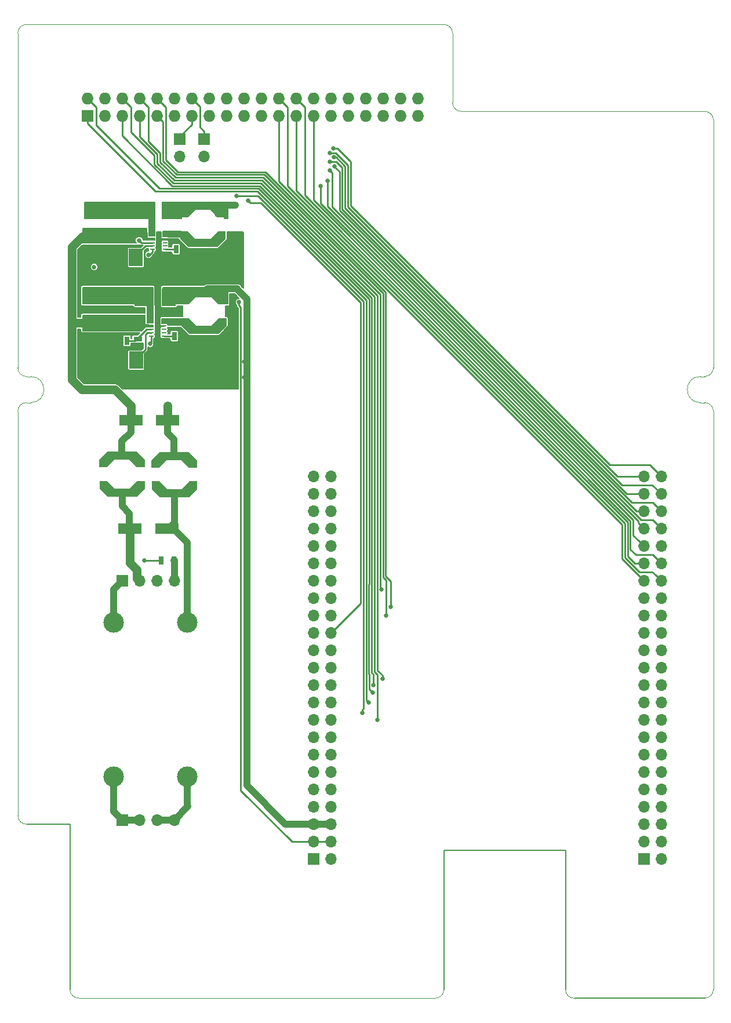
<source format=gtl>
G04 #@! TF.FileFunction,Copper,L1,Top,Signal*
%FSLAX46Y46*%
G04 Gerber Fmt 4.6, Leading zero omitted, Abs format (unit mm)*
G04 Created by KiCad (PCBNEW 4.0.7) date Tuesday, June 19, 2018 'PMt' 05:08:08 PM*
%MOMM*%
%LPD*%
G01*
G04 APERTURE LIST*
%ADD10C,0.020000*%
%ADD11C,0.100000*%
%ADD12C,0.150000*%
%ADD13C,0.660400*%
%ADD14R,1.727200X1.727200*%
%ADD15O,1.727200X1.727200*%
%ADD16R,2.500000X2.000000*%
%ADD17R,2.000000X2.500000*%
%ADD18R,0.750000X1.200000*%
%ADD19R,3.500000X1.600000*%
%ADD20C,3.000000*%
%ADD21R,1.300000X0.700000*%
%ADD22R,0.700000X1.300000*%
%ADD23R,0.700000X0.250000*%
%ADD24R,0.640000X1.200000*%
%ADD25R,1.700000X1.700000*%
%ADD26O,1.700000X1.700000*%
%ADD27C,1.016000*%
%ADD28C,0.500000*%
%ADD29C,0.254000*%
%ADD30C,1.270000*%
%ADD31C,0.635000*%
%ADD32C,0.152400*%
G04 APERTURE END LIST*
D10*
D11*
X11442700Y-87642700D02*
G75*
G02X10172700Y-88912700I-1270000J0D01*
G01*
X30467300Y-88912700D02*
G75*
G02X29197300Y-87642700I0J1270000D01*
G01*
D12*
X30480000Y-88900000D02*
X49530000Y-88900000D01*
D11*
X-41922700Y-88887300D02*
G75*
G02X-43192700Y-87617300I0J1270000D01*
G01*
D12*
X-43180000Y-63500000D02*
X-43180000Y-87630000D01*
X-49530000Y-63500000D02*
X-43180000Y-63500000D01*
X29210000Y-67310000D02*
X29210000Y-87630000D01*
X11430000Y-67310000D02*
X29210000Y-67310000D01*
X11430000Y-87630000D02*
X11430000Y-67310000D01*
D11*
X-50800000Y-3175000D02*
G75*
G02X-49530000Y-1905000I1270000J0D01*
G01*
X-49530000Y-1905000D02*
X-48895000Y-1905000D01*
X-48895000Y1905000D02*
G75*
G02X-48895000Y-1905000I0J-1905000D01*
G01*
X-48895000Y1905000D02*
X-49530000Y1905000D01*
X-49530000Y1905000D02*
G75*
G02X-50800000Y3175000I0J1270000D01*
G01*
X-50800000Y52070000D02*
X-50800000Y3175000D01*
X-50800000Y52070000D02*
G75*
G02X-49530000Y53340000I1270000J0D01*
G01*
X11430000Y53340000D02*
X-49530000Y53340000D01*
X11430000Y53340000D02*
G75*
G02X12700000Y52070000I0J-1270000D01*
G01*
X12700000Y52070000D02*
X12700000Y41910000D01*
X13970000Y40640000D02*
G75*
G02X12700000Y41910000I0J1270000D01*
G01*
X13970000Y40640000D02*
X49530000Y40640000D01*
X49530000Y40640000D02*
G75*
G02X50800000Y39370000I0J-1270000D01*
G01*
X50800000Y3175000D02*
X50800000Y39370000D01*
X50800000Y3175000D02*
G75*
G02X49530000Y1905000I-1270000J0D01*
G01*
X48895000Y1905000D02*
X49530000Y1905000D01*
X48895000Y-1905000D02*
G75*
G02X48895000Y1905000I0J1905000D01*
G01*
X49530000Y-1905000D02*
X48895000Y-1905000D01*
X49530000Y-1905000D02*
G75*
G02X50800000Y-3175000I0J-1270000D01*
G01*
X50800000Y-87630000D02*
X50800000Y-3175000D01*
X50800000Y-87630000D02*
G75*
G02X49530000Y-88900000I-1270000J0D01*
G01*
X-41910000Y-88900000D02*
X10160000Y-88900000D01*
X-49517300Y-63512700D02*
G75*
G02X-50787300Y-62242700I0J1270000D01*
G01*
X-50800000Y-3175000D02*
X-50800000Y-62230000D01*
D13*
X-34988500Y16548100D03*
X-19240500Y18580100D03*
X-19240500Y21120100D03*
X-27368500Y16548100D03*
X-29908500Y16548100D03*
X-32448500Y16548100D03*
X-24828500Y16548100D03*
X-20256500Y1816100D03*
X-17716500Y4102100D03*
X-20256500Y4102100D03*
X-17716500Y1816100D03*
X-25336500Y1816100D03*
X-22796500Y4102100D03*
X-25336500Y4102100D03*
X-22796500Y1816100D03*
X-27876500Y1816100D03*
X-27876500Y4102100D03*
X-30416500Y1816100D03*
D14*
X-40640000Y39992300D03*
D15*
X-40640000Y42532300D03*
X-38100000Y39992300D03*
X-38100000Y42532300D03*
X-35560000Y39992300D03*
X-35560000Y42532300D03*
X-33020000Y39992300D03*
X-33020000Y42532300D03*
X-30480000Y39992300D03*
X-30480000Y42532300D03*
X-27940000Y39992300D03*
X-27940000Y42532300D03*
X-25400000Y39992300D03*
X-25400000Y42532300D03*
X-22860000Y39992300D03*
X-22860000Y42532300D03*
X-20320000Y39992300D03*
X-20320000Y42532300D03*
X-17780000Y39992300D03*
X-17780000Y42532300D03*
X-15240000Y39992300D03*
X-15240000Y42532300D03*
X-12700000Y39992300D03*
X-12700000Y42532300D03*
X-10160000Y39992300D03*
X-10160000Y42532300D03*
X-7620000Y39992300D03*
X-7620000Y42532300D03*
X-5080000Y39992300D03*
X-5080000Y42532300D03*
X-2540000Y39992300D03*
X-2540000Y42532300D03*
X0Y39992300D03*
X0Y42532300D03*
X2540000Y39992300D03*
X2540000Y42532300D03*
X5080000Y39992300D03*
X5080000Y42532300D03*
X7620000Y39992300D03*
X7620000Y42532300D03*
D16*
X-35814000Y22384000D03*
X-35814000Y26384000D03*
D17*
X-33560000Y19304000D03*
X-37560000Y19304000D03*
D18*
X-27686000Y20508000D03*
X-27686000Y18608000D03*
D17*
X-28734000Y26162000D03*
X-32734000Y26162000D03*
D16*
X-35763200Y9709400D03*
X-35763200Y13709400D03*
D17*
X-33509200Y4318000D03*
X-37509200Y4318000D03*
D18*
X-27940000Y7808000D03*
X-27940000Y5908000D03*
D17*
X-28734000Y13462000D03*
X-32734000Y13462000D03*
D19*
X-34450000Y-20320000D03*
X-29050000Y-20320000D03*
X-34290000Y-4445000D03*
X-28890000Y-4445000D03*
D20*
X-36830000Y-34015000D03*
X-36830000Y-56515000D03*
X-26035000Y-34015000D03*
X-26035000Y-56515000D03*
D10*
G36*
X-20322000Y9317500D02*
X-21497000Y8142500D01*
X-25747000Y8142500D01*
X-26922000Y9317500D01*
X-20322000Y9317500D01*
X-20322000Y9317500D01*
G37*
G36*
X-20309500Y10442500D02*
X-20309500Y9317500D01*
X-21434500Y9317500D01*
X-21434500Y10442500D01*
X-20309500Y10442500D01*
X-20309500Y10442500D01*
G37*
G36*
X-25809500Y10442500D02*
X-25809500Y9317500D01*
X-26934500Y9317500D01*
X-26934500Y10442500D01*
X-25809500Y10442500D01*
X-25809500Y10442500D01*
G37*
G36*
X-22546500Y9317500D02*
X-21422500Y10442500D01*
X-21421500Y10442500D01*
X-20297500Y9317500D01*
X-22546500Y9317500D01*
X-22546500Y9317500D01*
G37*
G36*
X-26946500Y9317500D02*
X-25822500Y10442500D01*
X-25821500Y10442500D01*
X-24697500Y9317500D01*
X-26946500Y9317500D01*
X-26946500Y9317500D01*
G37*
G36*
X-26938373Y13543101D02*
X-25763373Y14718101D01*
X-21513373Y14718101D01*
X-20338373Y13543101D01*
X-26938373Y13543101D01*
X-26938373Y13543101D01*
G37*
G36*
X-26950873Y12418101D02*
X-26950873Y13543101D01*
X-25825873Y13543101D01*
X-25825873Y12418101D01*
X-26950873Y12418101D01*
X-26950873Y12418101D01*
G37*
G36*
X-24713873Y13543101D02*
X-25837873Y12418101D01*
X-25838873Y12418101D01*
X-26962873Y13543101D01*
X-24713873Y13543101D01*
X-24713873Y13543101D01*
G37*
G36*
X-21450873Y12418101D02*
X-21450873Y13543101D01*
X-20325873Y13543101D01*
X-20325873Y12418101D01*
X-21450873Y12418101D01*
X-21450873Y12418101D01*
G37*
G36*
X-20313873Y13543101D02*
X-21437873Y12418101D01*
X-21438873Y12418101D01*
X-22562873Y13543101D01*
X-20313873Y13543101D01*
X-20313873Y13543101D01*
G37*
G36*
X-32260000Y-14458101D02*
X-33435000Y-15633101D01*
X-37685000Y-15633101D01*
X-38860000Y-14458101D01*
X-32260000Y-14458101D01*
X-32260000Y-14458101D01*
G37*
G36*
X-32247500Y-13333101D02*
X-32247500Y-14458101D01*
X-33372500Y-14458101D01*
X-33372500Y-13333101D01*
X-32247500Y-13333101D01*
X-32247500Y-13333101D01*
G37*
G36*
X-37747500Y-13333101D02*
X-37747500Y-14458101D01*
X-38872500Y-14458101D01*
X-38872500Y-13333101D01*
X-37747500Y-13333101D01*
X-37747500Y-13333101D01*
G37*
G36*
X-34484500Y-14458101D02*
X-33360500Y-13333101D01*
X-33359500Y-13333101D01*
X-32235500Y-14458101D01*
X-34484500Y-14458101D01*
X-34484500Y-14458101D01*
G37*
G36*
X-38884500Y-14458101D02*
X-37760500Y-13333101D01*
X-37759500Y-13333101D01*
X-36635500Y-14458101D01*
X-38884500Y-14458101D01*
X-38884500Y-14458101D01*
G37*
G36*
X-38876373Y-10232500D02*
X-37701373Y-9057500D01*
X-33451373Y-9057500D01*
X-32276373Y-10232500D01*
X-38876373Y-10232500D01*
X-38876373Y-10232500D01*
G37*
G36*
X-38888873Y-11357500D02*
X-38888873Y-10232500D01*
X-37763873Y-10232500D01*
X-37763873Y-11357500D01*
X-38888873Y-11357500D01*
X-38888873Y-11357500D01*
G37*
G36*
X-36651873Y-10232500D02*
X-37775873Y-11357500D01*
X-37776873Y-11357500D01*
X-38900873Y-10232500D01*
X-36651873Y-10232500D01*
X-36651873Y-10232500D01*
G37*
G36*
X-33388873Y-11357500D02*
X-33388873Y-10232500D01*
X-32263873Y-10232500D01*
X-32263873Y-11357500D01*
X-33388873Y-11357500D01*
X-33388873Y-11357500D01*
G37*
G36*
X-32251873Y-10232500D02*
X-33375873Y-11357500D01*
X-33376873Y-11357500D01*
X-34500873Y-10232500D01*
X-32251873Y-10232500D01*
X-32251873Y-10232500D01*
G37*
G36*
X-24640000Y-14532500D02*
X-25815000Y-15707500D01*
X-30065000Y-15707500D01*
X-31240000Y-14532500D01*
X-24640000Y-14532500D01*
X-24640000Y-14532500D01*
G37*
G36*
X-24627500Y-13407500D02*
X-24627500Y-14532500D01*
X-25752500Y-14532500D01*
X-25752500Y-13407500D01*
X-24627500Y-13407500D01*
X-24627500Y-13407500D01*
G37*
G36*
X-30127500Y-13407500D02*
X-30127500Y-14532500D01*
X-31252500Y-14532500D01*
X-31252500Y-13407500D01*
X-30127500Y-13407500D01*
X-30127500Y-13407500D01*
G37*
G36*
X-26864500Y-14532500D02*
X-25740500Y-13407500D01*
X-25739500Y-13407500D01*
X-24615500Y-14532500D01*
X-26864500Y-14532500D01*
X-26864500Y-14532500D01*
G37*
G36*
X-31264500Y-14532500D02*
X-30140500Y-13407500D01*
X-30139500Y-13407500D01*
X-29015500Y-14532500D01*
X-31264500Y-14532500D01*
X-31264500Y-14532500D01*
G37*
G36*
X-31256373Y-10306899D02*
X-30081373Y-9131899D01*
X-25831373Y-9131899D01*
X-24656373Y-10306899D01*
X-31256373Y-10306899D01*
X-31256373Y-10306899D01*
G37*
G36*
X-31268873Y-11431899D02*
X-31268873Y-10306899D01*
X-30143873Y-10306899D01*
X-30143873Y-11431899D01*
X-31268873Y-11431899D01*
X-31268873Y-11431899D01*
G37*
G36*
X-29031873Y-10306899D02*
X-30155873Y-11431899D01*
X-30156873Y-11431899D01*
X-31280873Y-10306899D01*
X-29031873Y-10306899D01*
X-29031873Y-10306899D01*
G37*
G36*
X-25768873Y-11431899D02*
X-25768873Y-10306899D01*
X-24643873Y-10306899D01*
X-24643873Y-11431899D01*
X-25768873Y-11431899D01*
X-25768873Y-11431899D01*
G37*
G36*
X-24631873Y-10306899D02*
X-25755873Y-11431899D01*
X-25756873Y-11431899D01*
X-26880873Y-10306899D01*
X-24631873Y-10306899D01*
X-24631873Y-10306899D01*
G37*
G36*
X-20449000Y22017500D02*
X-21624000Y20842500D01*
X-25874000Y20842500D01*
X-27049000Y22017500D01*
X-20449000Y22017500D01*
X-20449000Y22017500D01*
G37*
G36*
X-20436500Y23142500D02*
X-20436500Y22017500D01*
X-21561500Y22017500D01*
X-21561500Y23142500D01*
X-20436500Y23142500D01*
X-20436500Y23142500D01*
G37*
G36*
X-25936500Y23142500D02*
X-25936500Y22017500D01*
X-27061500Y22017500D01*
X-27061500Y23142500D01*
X-25936500Y23142500D01*
X-25936500Y23142500D01*
G37*
G36*
X-22673500Y22017500D02*
X-21549500Y23142500D01*
X-21548500Y23142500D01*
X-20424500Y22017500D01*
X-22673500Y22017500D01*
X-22673500Y22017500D01*
G37*
G36*
X-27073500Y22017500D02*
X-25949500Y23142500D01*
X-25948500Y23142500D01*
X-24824500Y22017500D01*
X-27073500Y22017500D01*
X-27073500Y22017500D01*
G37*
G36*
X-27065373Y26243101D02*
X-25890373Y27418101D01*
X-21640373Y27418101D01*
X-20465373Y26243101D01*
X-27065373Y26243101D01*
X-27065373Y26243101D01*
G37*
G36*
X-27077873Y25118101D02*
X-27077873Y26243101D01*
X-25952873Y26243101D01*
X-25952873Y25118101D01*
X-27077873Y25118101D01*
X-27077873Y25118101D01*
G37*
G36*
X-24840873Y26243101D02*
X-25964873Y25118101D01*
X-25965873Y25118101D01*
X-27089873Y26243101D01*
X-24840873Y26243101D01*
X-24840873Y26243101D01*
G37*
G36*
X-21577873Y25118101D02*
X-21577873Y26243101D01*
X-20452873Y26243101D01*
X-20452873Y25118101D01*
X-21577873Y25118101D01*
X-21577873Y25118101D01*
G37*
G36*
X-20440873Y26243101D02*
X-21564873Y25118101D01*
X-21565873Y25118101D01*
X-22689873Y26243101D01*
X-20440873Y26243101D01*
X-20440873Y26243101D01*
G37*
D21*
X-33274000Y7366000D03*
X-33274000Y9266000D03*
D22*
X-36764000Y7112000D03*
X-34864000Y7112000D03*
X-29855200Y-24968200D03*
X-27955200Y-24968200D03*
D23*
X-31151000Y22463000D03*
X-31151000Y21963000D03*
X-31151000Y21463000D03*
X-31151000Y20963000D03*
X-31151000Y20463000D03*
X-29301000Y20463000D03*
X-29301000Y20963000D03*
X-29301000Y21463000D03*
X-29301000Y21963000D03*
X-29301000Y22463000D03*
D24*
X-30226000Y20863000D03*
X-30226000Y22063000D03*
D23*
X-31314000Y9798000D03*
X-31314000Y9298000D03*
X-31314000Y8798000D03*
X-31314000Y8298000D03*
X-31314000Y7798000D03*
X-29464000Y7798000D03*
X-29464000Y8298000D03*
X-29464000Y8798000D03*
X-29464000Y9298000D03*
X-29464000Y9798000D03*
D24*
X-30389000Y8198000D03*
X-30389000Y9398000D03*
D25*
X-35560000Y-62865000D03*
D26*
X-33020000Y-62865000D03*
X-30480000Y-62865000D03*
X-27940000Y-62865000D03*
D25*
X-35560000Y-27940000D03*
D26*
X-33020000Y-27940000D03*
X-30480000Y-27940000D03*
X-27940000Y-27940000D03*
D25*
X-23558500Y36614100D03*
D26*
X-23558500Y34074100D03*
D25*
X-27114500Y36614100D03*
D26*
X-27114500Y34074100D03*
D25*
X40640000Y-68580000D03*
D26*
X43180000Y-68580000D03*
X40640000Y-66040000D03*
X43180000Y-66040000D03*
X40640000Y-63500000D03*
X43180000Y-63500000D03*
X40640000Y-60960000D03*
X43180000Y-60960000D03*
X40640000Y-58420000D03*
X43180000Y-58420000D03*
X40640000Y-55880000D03*
X43180000Y-55880000D03*
X40640000Y-53340000D03*
X43180000Y-53340000D03*
X40640000Y-50800000D03*
X43180000Y-50800000D03*
X40640000Y-48260000D03*
X43180000Y-48260000D03*
X40640000Y-45720000D03*
X43180000Y-45720000D03*
X40640000Y-43180000D03*
X43180000Y-43180000D03*
X40640000Y-40640000D03*
X43180000Y-40640000D03*
X40640000Y-38100000D03*
X43180000Y-38100000D03*
X40640000Y-35560000D03*
X43180000Y-35560000D03*
X40640000Y-33020000D03*
X43180000Y-33020000D03*
X40640000Y-30480000D03*
X43180000Y-30480000D03*
X40640000Y-27940000D03*
X43180000Y-27940000D03*
X40640000Y-25400000D03*
X43180000Y-25400000D03*
X40640000Y-22860000D03*
X43180000Y-22860000D03*
X40640000Y-20320000D03*
X43180000Y-20320000D03*
X40640000Y-17780000D03*
X43180000Y-17780000D03*
X40640000Y-15240000D03*
X43180000Y-15240000D03*
X40640000Y-12700000D03*
X43180000Y-12700000D03*
D25*
X-7620000Y-68580000D03*
D26*
X-5080000Y-68580000D03*
X-7620000Y-66040000D03*
X-5080000Y-66040000D03*
X-7620000Y-63500000D03*
X-5080000Y-63500000D03*
X-7620000Y-60960000D03*
X-5080000Y-60960000D03*
X-7620000Y-58420000D03*
X-5080000Y-58420000D03*
X-7620000Y-55880000D03*
X-5080000Y-55880000D03*
X-7620000Y-53340000D03*
X-5080000Y-53340000D03*
X-7620000Y-50800000D03*
X-5080000Y-50800000D03*
X-7620000Y-48260000D03*
X-5080000Y-48260000D03*
X-7620000Y-45720000D03*
X-5080000Y-45720000D03*
X-7620000Y-43180000D03*
X-5080000Y-43180000D03*
X-7620000Y-40640000D03*
X-5080000Y-40640000D03*
X-7620000Y-38100000D03*
X-5080000Y-38100000D03*
X-7620000Y-35560000D03*
X-5080000Y-35560000D03*
X-7620000Y-33020000D03*
X-5080000Y-33020000D03*
X-7620000Y-30480000D03*
X-5080000Y-30480000D03*
X-7620000Y-27940000D03*
X-5080000Y-27940000D03*
X-7620000Y-25400000D03*
X-5080000Y-25400000D03*
X-7620000Y-22860000D03*
X-5080000Y-22860000D03*
X-7620000Y-20320000D03*
X-5080000Y-20320000D03*
X-7620000Y-17780000D03*
X-5080000Y-17780000D03*
X-7620000Y-15240000D03*
X-5080000Y-15240000D03*
X-7620000Y-12700000D03*
X-5080000Y-12700000D03*
D13*
X-30416500Y4102100D03*
X-39643198Y17879234D03*
X-19015731Y26917096D03*
X-27101800Y27127200D03*
X-31699200Y19685000D03*
X-32308451Y-24996717D03*
X-39643198Y16870785D03*
X-39643198Y18941902D03*
X-39573200Y4622800D03*
X-39573200Y5486400D03*
X-39576000Y6350000D03*
X-34443718Y-18139319D03*
X-27936560Y-17394856D03*
X-38608000Y26670000D03*
X-39370000Y26670000D03*
X-28890000Y-2352000D03*
X-38354000Y13868400D03*
X-39268400Y13868400D03*
X-40132000Y13868400D03*
X-31475903Y6668188D03*
X-27025600Y14478000D03*
X-5588000Y30480000D03*
X-17124873Y27602466D03*
X482600Y-45720000D03*
X1053201Y-44309401D03*
X1117623Y-43180000D03*
X1730884Y-48230932D03*
X2456731Y-42242694D03*
X2325482Y-29232743D03*
X2970176Y-33038911D03*
X3645027Y-31753479D03*
X-6604000Y29718000D03*
X-5223615Y32014796D03*
X-4575641Y32630370D03*
X-5223615Y33278342D03*
X-4608040Y33926317D03*
X-5191216Y34574291D03*
X-4669358Y35223208D03*
X-18877186Y28253968D03*
X-508000Y-47244000D03*
X-18499525Y12758402D03*
X-33070800Y21793200D03*
D27*
X-19038809Y26928635D02*
X-20317339Y26928635D01*
X-20317339Y26928635D02*
X-21565373Y25680601D01*
D28*
X-23765373Y26830601D02*
X-23739729Y26856245D01*
D29*
X-31550000Y19685000D02*
X-31699200Y19685000D01*
X-31151000Y20463000D02*
X-31151000Y20084000D01*
X-31151000Y20084000D02*
X-31550000Y19685000D01*
X-32279934Y-24968200D02*
X-32308451Y-24996717D01*
X-29855200Y-24968200D02*
X-32279934Y-24968200D01*
X-29301000Y21963000D02*
X-30126000Y21963000D01*
X-30126000Y21963000D02*
X-30226000Y22063000D01*
X-29464000Y9298000D02*
X-30289000Y9298000D01*
X-30289000Y9298000D02*
X-30389000Y9398000D01*
D30*
X-34450000Y-20320000D02*
X-34450000Y-25279881D01*
X-34450000Y-25279881D02*
X-33389686Y-26340195D01*
X-33389686Y-26340195D02*
X-33389686Y-27570314D01*
X-33389686Y-27570314D02*
X-33020000Y-27940000D01*
D27*
X-34450000Y-20320000D02*
X-34671000Y-20320000D01*
X-34671000Y-20320000D02*
X-34472630Y-20121630D01*
X-34472630Y-20121630D02*
X-34472630Y-18109255D01*
X-34472630Y-18109255D02*
X-35560000Y-17021885D01*
X-35560000Y-17021885D02*
X-35560000Y-15045601D01*
X-28829000Y-20320000D02*
X-27940000Y-19431000D01*
X-27940000Y-19431000D02*
X-27940000Y-15120000D01*
X-29050000Y-20320000D02*
X-28829000Y-20320000D01*
X-26035000Y-34015000D02*
X-26035000Y-22385000D01*
X-26035000Y-22385000D02*
X-28100000Y-20320000D01*
X-28100000Y-20320000D02*
X-29050000Y-20320000D01*
D30*
X-34290000Y-4445000D02*
X-34290000Y-2375000D01*
X-34290000Y-2375000D02*
X-36658102Y-6898D01*
X-36658102Y-6898D02*
X-41487344Y-6898D01*
X-41487344Y-6898D02*
X-42926000Y1431758D01*
X-42926000Y1431758D02*
X-42926000Y9436100D01*
X-42926000Y9436100D02*
X-42926000Y20794353D01*
X-42926000Y9436100D02*
X-42652700Y9709400D01*
X-42652700Y9709400D02*
X-35763200Y9709400D01*
X-42926000Y20794353D02*
X-41336353Y22384000D01*
X-41336353Y22384000D02*
X-35814000Y22384000D01*
D27*
X-34290000Y-4445000D02*
X-34290000Y-6261000D01*
X-35576373Y-7547373D02*
X-35576373Y-9645000D01*
X-34290000Y-6261000D02*
X-35576373Y-7547373D01*
D30*
X-35763200Y13709400D02*
X-35918786Y13864986D01*
X-35918786Y13864986D02*
X-40128586Y13864986D01*
X-40128586Y13864986D02*
X-40132000Y13868400D01*
X-35814000Y26384000D02*
X-36084675Y26654675D01*
X-36084675Y26654675D02*
X-39354675Y26654675D01*
X-39354675Y26654675D02*
X-39370000Y26670000D01*
X-28890000Y-4445000D02*
X-28890000Y-2352000D01*
D27*
X-27956373Y-7273427D02*
X-27956373Y-9719399D01*
X-28890000Y-6339800D02*
X-27956373Y-7273427D01*
X-28890000Y-4445000D02*
X-28890000Y-6339800D01*
D29*
X-31151000Y20963000D02*
X-32151000Y20963000D01*
X-32151000Y20963000D02*
X-33560000Y19554000D01*
X-33560000Y19554000D02*
X-33560000Y19304000D01*
X-29301000Y20463000D02*
X-27731000Y20463000D01*
X-27731000Y20463000D02*
X-27686000Y20508000D01*
X-31314000Y8298000D02*
X-31918000Y8298000D01*
X-31918000Y8298000D02*
X-32164941Y8051059D01*
X-32164941Y5879548D02*
X-33509200Y4535289D01*
X-32164941Y8051059D02*
X-32164941Y5879548D01*
X-33509200Y4535289D02*
X-33509200Y4318000D01*
X-29464000Y7798000D02*
X-27950000Y7798000D01*
X-27950000Y7798000D02*
X-27940000Y7808000D01*
D27*
X-23072759Y14696215D02*
X-18732500Y14696215D01*
X-18732500Y14620904D02*
X-17357696Y13246100D01*
X-17357696Y13246100D02*
X-17357696Y-57851704D01*
D29*
X-18732500Y14696215D02*
X-18732500Y14620904D01*
D31*
X-23638373Y14130601D02*
X-23072759Y14696215D01*
D27*
X-17357696Y-57851704D02*
X-11709400Y-63500000D01*
X-8822081Y-63500000D02*
X-7620000Y-63500000D01*
X-11709400Y-63500000D02*
X-8822081Y-63500000D01*
X-5080000Y-63500000D02*
X-7620000Y-63500000D01*
D29*
X-31314000Y6830091D02*
X-31475903Y6668188D01*
X-31314000Y7798000D02*
X-31314000Y6830091D01*
D27*
X-36830000Y-34015000D02*
X-36830000Y-29210000D01*
X-36830000Y-29210000D02*
X-35560000Y-27940000D01*
X-35560000Y-62865000D02*
X-33020000Y-62865000D01*
X-36830000Y-56515000D02*
X-36830000Y-61595000D01*
X-36830000Y-61595000D02*
X-35560000Y-62865000D01*
X-25984200Y-60909200D02*
X-26035000Y-60858400D01*
X-26035000Y-60858400D02*
X-26035000Y-56515000D01*
X-27940000Y-62865000D02*
X-25984200Y-60909200D01*
X-30480000Y-62865000D02*
X-27940000Y-62865000D01*
X-27940000Y-27940000D02*
X-27940000Y-24983400D01*
X-27940000Y-24983400D02*
X-27955200Y-24968200D01*
D29*
X-5588000Y26772941D02*
X-5588000Y30013027D01*
X-5588000Y30013027D02*
X-5588000Y30480000D01*
X41926595Y-19066595D02*
X40251536Y-19066595D01*
X43180000Y-20320000D02*
X41926595Y-19066595D01*
X40251536Y-19066595D02*
X-5588000Y26772941D01*
X-25400000Y42532300D02*
X-24160918Y41293218D01*
X-24160918Y41293218D02*
X-24160918Y38320518D01*
X-24160918Y38320518D02*
X-23558500Y37718100D01*
X-23558500Y37718100D02*
X-23558500Y36614100D01*
X-5080000Y-35560000D02*
X-726327Y-31206327D01*
X-726327Y-31206327D02*
X-726327Y12715253D01*
X-726327Y12715253D02*
X-15283341Y27272267D01*
X-15283341Y27272267D02*
X-16794674Y27272267D01*
X-16794674Y27272267D02*
X-17124873Y27602466D01*
X101610Y-45339010D02*
X152401Y-45389801D01*
X90237Y-41708231D02*
X101610Y-41719604D01*
X101610Y13036818D02*
X101610Y-28255401D01*
X-15802221Y28940649D02*
X101610Y13036818D01*
X-30705949Y28940649D02*
X-15802221Y28940649D01*
X-40640000Y39992300D02*
X-40640000Y38874700D01*
X90237Y-28266774D02*
X90237Y-41708231D01*
X101610Y-41719604D02*
X101610Y-45339010D01*
X101610Y-28255401D02*
X90237Y-28266774D01*
X-40640000Y38874700D02*
X-30705949Y28940649D01*
X152401Y-45389801D02*
X482600Y-45720000D01*
X-39348889Y41241189D02*
X-39776401Y41668701D01*
X-39348889Y38601476D02*
X-39348889Y41241189D01*
X-15633881Y29347060D02*
X-30094473Y29347060D01*
X508021Y13205158D02*
X-15633881Y29347060D01*
X508021Y-28423741D02*
X508021Y13205158D01*
X496648Y-41539891D02*
X496648Y-28435114D01*
X508021Y-41551264D02*
X496648Y-41539891D01*
X508021Y-43764221D02*
X508021Y-41551264D01*
X496648Y-28435114D02*
X508021Y-28423741D01*
X1053201Y-44309401D02*
X508021Y-43764221D01*
X-30094473Y29347060D02*
X-39348889Y38601476D01*
X-39776401Y41668701D02*
X-40640000Y42532300D01*
X1117623Y-42713027D02*
X1117623Y-43180000D01*
X-35560000Y39992300D02*
X-35560000Y37049575D01*
X-35560000Y37049575D02*
X-28263896Y29753471D01*
X914432Y-28592081D02*
X903059Y-28603454D01*
X1117623Y-41586115D02*
X1117623Y-42713027D01*
X914432Y13373498D02*
X914432Y-28592081D01*
X-28263896Y29753471D02*
X-15465541Y29753471D01*
X903059Y-41371551D02*
X1117623Y-41586115D01*
X-15465541Y29753471D02*
X914432Y13373498D01*
X903059Y-28603454D02*
X903059Y-41371551D01*
X1309470Y-28771794D02*
X1309470Y-41203211D01*
X1309470Y-41203211D02*
X1730884Y-41624625D01*
X1730884Y-41624625D02*
X1730884Y-47763959D01*
X1320843Y13541838D02*
X1320843Y-28760421D01*
X1320843Y-28760421D02*
X1309470Y-28771794D01*
X-15297201Y30159882D02*
X1320843Y13541838D01*
X-28095556Y30159882D02*
X-15297201Y30159882D01*
X-30833967Y32898293D02*
X-28095556Y30159882D01*
X-30833967Y34174590D02*
X-30833967Y32898293D01*
X-34283509Y37624132D02*
X-30833967Y34174590D01*
X-35560000Y42532300D02*
X-34283509Y41255809D01*
X1730884Y-47763959D02*
X1730884Y-48230932D01*
X-34283509Y41255809D02*
X-34283509Y37624132D01*
X1715881Y-41034871D02*
X2456731Y-41775721D01*
X1727254Y-28928761D02*
X1715881Y-28940134D01*
X-30427556Y34342930D02*
X-30427556Y33066633D01*
X-33020000Y39992300D02*
X-33020000Y36935374D01*
X-33020000Y36935374D02*
X-30427556Y34342930D01*
X-30427556Y33066633D02*
X-27927216Y30566293D01*
X-27927216Y30566293D02*
X-15128861Y30566293D01*
X-15128861Y30566293D02*
X1727254Y13710178D01*
X1727254Y13710178D02*
X1727254Y-28928761D01*
X1715881Y-28940134D02*
X1715881Y-41034871D01*
X2456731Y-41775721D02*
X2456731Y-42242694D01*
X-33020000Y42532300D02*
X-31746619Y41258919D01*
X-31746619Y41258919D02*
X-31746619Y36236744D01*
X-31746619Y36236744D02*
X-30021145Y34511270D01*
X-30021145Y34511270D02*
X-30021145Y33234973D01*
X-30021145Y33234973D02*
X-27758876Y30972704D01*
X-27758876Y30972704D02*
X-14960521Y30972704D01*
X-14960521Y30972704D02*
X2133665Y13878518D01*
X2133665Y13878518D02*
X2133665Y-29053095D01*
X2133665Y-29053095D02*
X2313313Y-29232743D01*
X2313313Y-29232743D02*
X2325482Y-29232743D01*
X2540076Y-27453004D02*
X2970176Y-27883104D01*
X-29614734Y33403313D02*
X-27590536Y31379115D01*
X-27590536Y31379115D02*
X-14792181Y31379115D01*
X2540076Y14046858D02*
X2540076Y-27453004D01*
X2970176Y-32571938D02*
X2970176Y-33038911D01*
X-30480000Y39992300D02*
X-29614734Y39127034D01*
X2970176Y-27883104D02*
X2970176Y-32571938D01*
X-29614734Y39127034D02*
X-29614734Y33403313D01*
X-14792181Y31379115D02*
X2540076Y14046858D01*
X3645027Y-31286506D02*
X3645027Y-31753479D01*
X2946487Y-27284664D02*
X3645027Y-27983204D01*
X3645027Y-27983204D02*
X3645027Y-31286506D01*
X2946487Y14215198D02*
X2946487Y-27284664D01*
X-14623841Y31785526D02*
X2946487Y14215198D01*
X-27422196Y31785526D02*
X-14623841Y31785526D01*
X-29208323Y41260623D02*
X-29208323Y33571653D01*
X-29208323Y33571653D02*
X-27422196Y31785526D01*
X-30480000Y42532300D02*
X-29208323Y41260623D01*
X-6604000Y29718000D02*
X-6604000Y27214190D01*
X-6604000Y27214190D02*
X39790001Y-19179811D01*
X39790001Y-19179811D02*
X39790001Y-19470001D01*
X39790001Y-19470001D02*
X40640000Y-20320000D01*
X-27114500Y36614100D02*
X-27114500Y36998964D01*
X-27114500Y36998964D02*
X-25400000Y38713464D01*
X-25400000Y38713464D02*
X-25400000Y38770986D01*
X-25400000Y38770986D02*
X-25400000Y39992300D01*
X-25400000Y39992300D02*
X-25400000Y39624000D01*
X39539692Y-17780000D02*
X-4893416Y26653108D01*
X-4893416Y26653108D02*
X-4893416Y31684597D01*
X-4893416Y31684597D02*
X-5223615Y32014796D01*
X40640000Y-17780000D02*
X39539692Y-17780000D01*
X43180000Y-17780000D02*
X41926887Y-16526887D01*
X38861330Y-16526887D02*
X-3816461Y26150904D01*
X-3816461Y31871190D02*
X-4245442Y32300171D01*
X-4245442Y32300171D02*
X-4575641Y32630370D01*
X-3816461Y26150904D02*
X-3816461Y31871190D01*
X41926887Y-16526887D02*
X38861330Y-16526887D01*
X-4756642Y33278342D02*
X-5223615Y33278342D01*
X40640000Y-15240000D02*
X38149194Y-15240000D01*
X-4256605Y33278342D02*
X-4756642Y33278342D01*
X-3410050Y32431787D02*
X-4256605Y33278342D01*
X38149194Y-15240000D02*
X-3410050Y26319244D01*
X-3410050Y26319244D02*
X-3410050Y32431787D01*
X-4297431Y33926317D02*
X-4608040Y33926317D01*
X-3003639Y32632525D02*
X-4297431Y33926317D01*
X-3003639Y26487584D02*
X-3003639Y32632525D01*
X37440239Y-13956294D02*
X-3003639Y26487584D01*
X41896294Y-13956294D02*
X37440239Y-13956294D01*
X43180000Y-15240000D02*
X41896294Y-13956294D01*
X-4724243Y34574291D02*
X-5191216Y34574291D01*
X-4370654Y34574291D02*
X-4724243Y34574291D01*
X-2597228Y32800865D02*
X-4370654Y34574291D01*
X36758696Y-12700000D02*
X-2597228Y26655924D01*
X40640000Y-12700000D02*
X36758696Y-12700000D01*
X-2597228Y26655924D02*
X-2597228Y32800865D01*
X-4132372Y35223208D02*
X-4202385Y35223208D01*
X43180000Y-12700000D02*
X41503600Y-11023600D01*
X41503600Y-11023600D02*
X35687000Y-11023600D01*
X35687000Y-11023600D02*
X-2190817Y26854217D01*
X-2190817Y26854217D02*
X-2190817Y33281653D01*
X-2190817Y33281653D02*
X-4132372Y35223208D01*
X-4202385Y35223208D02*
X-4669358Y35223208D01*
X-12700000Y39992300D02*
X-12700000Y30436435D01*
X-12700000Y30436435D02*
X37461317Y-19724882D01*
X37461317Y-19724882D02*
X37461317Y-24736107D01*
X37461317Y-24736107D02*
X39790001Y-27064791D01*
X39790001Y-27064791D02*
X39790001Y-27090001D01*
X39790001Y-27090001D02*
X40640000Y-27940000D01*
X-11405138Y41237438D02*
X-11405138Y29716324D01*
X-11405138Y29716324D02*
X37867728Y-19556542D01*
X41891216Y-26651216D02*
X42330001Y-27090001D01*
X42330001Y-27090001D02*
X43180000Y-27940000D01*
X37867728Y-24537034D02*
X39981910Y-26651216D01*
X39981910Y-26651216D02*
X41891216Y-26651216D01*
X37867728Y-19556542D02*
X37867728Y-24537034D01*
X-12700000Y42532300D02*
X-11405138Y41237438D01*
X39437919Y-25400000D02*
X40640000Y-25400000D01*
X39305445Y-25400000D02*
X39437919Y-25400000D01*
X-10160000Y29045937D02*
X38274139Y-19388202D01*
X38274139Y-24368694D02*
X39305445Y-25400000D01*
X38274139Y-19388202D02*
X38274139Y-24368694D01*
X-10160000Y39992300D02*
X-10160000Y29045937D01*
X43180000Y-25400000D02*
X41906205Y-24126205D01*
X41906205Y-24126205D02*
X39476855Y-24126205D01*
X39476855Y-24126205D02*
X38680550Y-23329900D01*
X38680550Y-23329900D02*
X38680550Y-19219862D01*
X38680550Y-19219862D02*
X-8888180Y28348868D01*
X-8888180Y28348868D02*
X-8888180Y41260480D01*
X-8888180Y41260480D02*
X-10160000Y42532300D01*
X39086961Y-21306961D02*
X39790001Y-22010001D01*
X39790001Y-22010001D02*
X40640000Y-22860000D01*
X39086961Y-19051522D02*
X39086961Y-21306961D01*
X-7620000Y27655439D02*
X39086961Y-19051522D01*
X-7620000Y39992300D02*
X-7620000Y27655439D01*
X-18410213Y28253968D02*
X-18877186Y28253968D01*
X-15690291Y28253968D02*
X-18410213Y28253968D01*
X-319916Y12883593D02*
X-15690291Y28253968D01*
X-319916Y-46588943D02*
X-319916Y12883593D01*
X-508000Y-46777027D02*
X-319916Y-46588943D01*
X-508000Y-47244000D02*
X-508000Y-46777027D01*
X-7620000Y-66040000D02*
X-10763315Y-66040000D01*
X-10763315Y-66040000D02*
X-18233057Y-58570258D01*
X-18233057Y-58570258D02*
X-18233057Y12024961D01*
X-18233057Y12024961D02*
X-18499525Y12291429D01*
X-18499525Y12291429D02*
X-18499525Y12758402D01*
X-7620000Y-66040000D02*
X-5080000Y-66040000D01*
X-32740600Y21463000D02*
X-33070800Y21793200D01*
X-31151000Y21463000D02*
X-32740600Y21463000D01*
X-34260000Y7112000D02*
X-34864000Y7112000D01*
X-33693400Y7112000D02*
X-34260000Y7112000D01*
X-32007400Y8798000D02*
X-33693400Y7112000D01*
X-31314000Y8798000D02*
X-32007400Y8798000D01*
D32*
G36*
X-26746200Y9372600D02*
X-28880922Y9372600D01*
X-28880922Y9423000D01*
X-28896862Y9507714D01*
X-28946928Y9585518D01*
X-29023320Y9637715D01*
X-29114000Y9656078D01*
X-29743400Y9656078D01*
X-29743400Y10330295D01*
X-29742155Y10336555D01*
X-29735895Y10337800D01*
X-26746200Y10337800D01*
X-26746200Y9372600D01*
X-26746200Y9372600D01*
G37*
X-26746200Y9372600D02*
X-28880922Y9372600D01*
X-28880922Y9423000D01*
X-28896862Y9507714D01*
X-28946928Y9585518D01*
X-29023320Y9637715D01*
X-29114000Y9656078D01*
X-29743400Y9656078D01*
X-29743400Y10330295D01*
X-29742155Y10336555D01*
X-29735895Y10337800D01*
X-26746200Y10337800D01*
X-26746200Y9372600D01*
G36*
X-32207200Y9677400D02*
X-32191566Y9594314D01*
X-32142462Y9518004D01*
X-32067538Y9466810D01*
X-31978600Y9448800D01*
X-31707841Y9448800D01*
X-31664000Y9439922D01*
X-31038800Y9439922D01*
X-31038800Y9156078D01*
X-31664000Y9156078D01*
X-31677169Y9153600D01*
X-32007400Y9153600D01*
X-32143483Y9126532D01*
X-32258847Y9049447D01*
X-32723094Y8585200D01*
X-41325800Y8585200D01*
X-41325800Y10845800D01*
X-32207200Y10845800D01*
X-32207200Y9677400D01*
X-32207200Y9677400D01*
G37*
X-32207200Y9677400D02*
X-32191566Y9594314D01*
X-32142462Y9518004D01*
X-32067538Y9466810D01*
X-31978600Y9448800D01*
X-31707841Y9448800D01*
X-31664000Y9439922D01*
X-31038800Y9439922D01*
X-31038800Y9156078D01*
X-31664000Y9156078D01*
X-31677169Y9153600D01*
X-32007400Y9153600D01*
X-32143483Y9126532D01*
X-32258847Y9049447D01*
X-32723094Y8585200D01*
X-41325800Y8585200D01*
X-41325800Y10845800D01*
X-32207200Y10845800D01*
X-32207200Y9677400D01*
G36*
X-31014133Y9753600D02*
X-31902400Y9753600D01*
X-31902400Y12446000D01*
X-31908403Y12475646D01*
X-31925468Y12500621D01*
X-31950905Y12516989D01*
X-31978600Y12522200D01*
X-41325800Y12522200D01*
X-41325800Y14909800D01*
X-31063475Y14909800D01*
X-31014133Y9753600D01*
X-31014133Y9753600D01*
G37*
X-31014133Y9753600D02*
X-31902400Y9753600D01*
X-31902400Y12446000D01*
X-31908403Y12475646D01*
X-31925468Y12500621D01*
X-31950905Y12516989D01*
X-31978600Y12522200D01*
X-41325800Y12522200D01*
X-41325800Y14909800D01*
X-31063475Y14909800D01*
X-31014133Y9753600D01*
G36*
X-20142200Y12522200D02*
X-20497800Y12522200D01*
X-20497800Y13462000D01*
X-20503011Y13489695D01*
X-20519379Y13515132D01*
X-20544354Y13532197D01*
X-20574000Y13538200D01*
X-26670000Y13538200D01*
X-26697695Y13532989D01*
X-26723132Y13516621D01*
X-26740197Y13491646D01*
X-26746200Y13462000D01*
X-26746200Y12522200D01*
X-29641800Y12522200D01*
X-29641800Y14909800D01*
X-20142200Y14909800D01*
X-20142200Y12522200D01*
X-20142200Y12522200D01*
G37*
X-20142200Y12522200D02*
X-20497800Y12522200D01*
X-20497800Y13462000D01*
X-20503011Y13489695D01*
X-20519379Y13515132D01*
X-20544354Y13532197D01*
X-20574000Y13538200D01*
X-26670000Y13538200D01*
X-26697695Y13532989D01*
X-26723132Y13516621D01*
X-26740197Y13491646D01*
X-26746200Y13462000D01*
X-26746200Y12522200D01*
X-29641800Y12522200D01*
X-29641800Y14909800D01*
X-20142200Y14909800D01*
X-20142200Y12522200D01*
G36*
X-29894956Y22304487D02*
X-29892492Y22268460D01*
X-29888968Y22244717D01*
X-29867303Y22176031D01*
X-29856567Y22154563D01*
X-29814627Y22096045D01*
X-29797747Y22078981D01*
X-29739673Y22036401D01*
X-29718321Y22025434D01*
X-29649878Y22003033D01*
X-29626175Y21999253D01*
X-29590174Y21996400D01*
X-27301700Y21996400D01*
X-27290638Y21932786D01*
X-27240572Y21854982D01*
X-27164180Y21802785D01*
X-27163838Y21802716D01*
X-26038811Y20677689D01*
X-25964680Y20627785D01*
X-25874000Y20609422D01*
X-21624000Y20609422D01*
X-21536294Y20626553D01*
X-21459189Y20677689D01*
X-20329109Y21807769D01*
X-20264380Y21848127D01*
X-20211100Y21923767D01*
X-20191446Y22014176D01*
X-20203422Y22077980D01*
X-20203422Y23037800D01*
X-18041506Y23037800D01*
X-17966529Y23022886D01*
X-17909332Y22984668D01*
X-17871114Y22927471D01*
X-17856200Y22852494D01*
X-17856200Y14786314D01*
X-18059993Y14990107D01*
X-18211645Y15217070D01*
X-18450615Y15376745D01*
X-18732500Y15432815D01*
X-23072759Y15432815D01*
X-23354644Y15376745D01*
X-23593614Y15217070D01*
X-23595264Y15214600D01*
X-29718000Y15214600D01*
X-29801086Y15198966D01*
X-29877396Y15149862D01*
X-29928590Y15074938D01*
X-29946600Y14986000D01*
X-29946600Y14805775D01*
X-29948715Y14802680D01*
X-29967078Y14712000D01*
X-29967078Y12212000D01*
X-29951138Y12127286D01*
X-29901072Y12049482D01*
X-29824680Y11997285D01*
X-29734000Y11978922D01*
X-27734000Y11978922D01*
X-27649286Y11994862D01*
X-27571482Y12044928D01*
X-27519285Y12121320D01*
X-27500922Y12212000D01*
X-27500922Y12217400D01*
X-27062063Y12217400D01*
X-27041553Y12203386D01*
X-26950873Y12185023D01*
X-26746200Y12185023D01*
X-26746200Y10675578D01*
X-26934500Y10675578D01*
X-27019214Y10659638D01*
X-27045692Y10642600D01*
X-29743400Y10642600D01*
X-29787996Y10638208D01*
X-29817156Y10632408D01*
X-29899560Y10598276D01*
X-29924282Y10581758D01*
X-29987358Y10518682D01*
X-30003876Y10493960D01*
X-30038008Y10411556D01*
X-30043808Y10382396D01*
X-30048200Y10337800D01*
X-30048200Y9372600D01*
X-30043808Y9328004D01*
X-30038008Y9298844D01*
X-30003876Y9216440D01*
X-29987358Y9191718D01*
X-29924282Y9128642D01*
X-29920503Y9126117D01*
X-29976518Y9090072D01*
X-30028715Y9013680D01*
X-30047078Y8923000D01*
X-30047078Y8673000D01*
X-30031138Y8588286D01*
X-30005239Y8548038D01*
X-30028715Y8513680D01*
X-30047078Y8423000D01*
X-30047078Y8173000D01*
X-30031138Y8088286D01*
X-30005239Y8048038D01*
X-30028715Y8013680D01*
X-30047078Y7923000D01*
X-30047078Y7673000D01*
X-30031138Y7588286D01*
X-29981072Y7510482D01*
X-29904680Y7458285D01*
X-29814000Y7439922D01*
X-29114000Y7439922D01*
X-29100831Y7442400D01*
X-28548078Y7442400D01*
X-28548078Y7208000D01*
X-28532138Y7123286D01*
X-28482072Y7045482D01*
X-28405680Y6993285D01*
X-28315000Y6974922D01*
X-27565000Y6974922D01*
X-27480286Y6990862D01*
X-27402482Y7040928D01*
X-27350285Y7117320D01*
X-27331922Y7208000D01*
X-27331922Y8408000D01*
X-27347862Y8492714D01*
X-27397928Y8570518D01*
X-27474320Y8622715D01*
X-27565000Y8641078D01*
X-28315000Y8641078D01*
X-28399714Y8625138D01*
X-28477518Y8575072D01*
X-28529715Y8498680D01*
X-28548078Y8408000D01*
X-28548078Y8153600D01*
X-28884851Y8153600D01*
X-28880922Y8173000D01*
X-28880922Y8423000D01*
X-28896862Y8507714D01*
X-28922761Y8547962D01*
X-28899285Y8582320D01*
X-28880922Y8673000D01*
X-28880922Y8923000D01*
X-28896862Y9007714D01*
X-28935527Y9067800D01*
X-27001922Y9067800D01*
X-25911811Y7977689D01*
X-25837680Y7927785D01*
X-25747000Y7909422D01*
X-21497000Y7909422D01*
X-21409294Y7926553D01*
X-21332189Y7977689D01*
X-20202109Y9107769D01*
X-20137380Y9148127D01*
X-20084100Y9223767D01*
X-20064446Y9314176D01*
X-20076422Y9377980D01*
X-20076422Y10442500D01*
X-20092362Y10527214D01*
X-20142428Y10605018D01*
X-20218820Y10657215D01*
X-20309500Y10675578D01*
X-20497800Y10675578D01*
X-20497800Y12185023D01*
X-20325873Y12185023D01*
X-20241159Y12200963D01*
X-20215615Y12217400D01*
X-20066000Y12217400D01*
X-19982914Y12233034D01*
X-19906604Y12282138D01*
X-19855410Y12357062D01*
X-19837400Y12446000D01*
X-19837400Y13959615D01*
X-19112921Y13959615D01*
X-18470483Y13317177D01*
X-18610190Y13317299D01*
X-18815647Y13232406D01*
X-18972977Y13075350D01*
X-19058228Y12870042D01*
X-19058422Y12647737D01*
X-18973529Y12442280D01*
X-18855125Y12323669D01*
X-18855125Y12291429D01*
X-18828057Y12155346D01*
X-18750972Y12039982D01*
X-18588657Y11877667D01*
X-18588657Y76200D01*
X-35519886Y76200D01*
X-36047445Y603759D01*
X-36327617Y790964D01*
X-36658102Y856702D01*
X-41129629Y856702D01*
X-42062400Y1789472D01*
X-42062400Y8845800D01*
X-41630600Y8845800D01*
X-41630600Y8509000D01*
X-41614966Y8425914D01*
X-41565862Y8349604D01*
X-41490938Y8298410D01*
X-41402000Y8280400D01*
X-33027894Y8280400D01*
X-33359216Y7949078D01*
X-33924000Y7949078D01*
X-34008714Y7933138D01*
X-34086518Y7883072D01*
X-34138715Y7806680D01*
X-34157078Y7716000D01*
X-34157078Y7467600D01*
X-34280922Y7467600D01*
X-34280922Y7762000D01*
X-34296862Y7846714D01*
X-34346928Y7924518D01*
X-34423320Y7976715D01*
X-34514000Y7995078D01*
X-35214000Y7995078D01*
X-35298714Y7979138D01*
X-35376518Y7929072D01*
X-35428715Y7852680D01*
X-35447078Y7762000D01*
X-35447078Y6462000D01*
X-35431138Y6377286D01*
X-35381072Y6299482D01*
X-35304680Y6247285D01*
X-35214000Y6228922D01*
X-34514000Y6228922D01*
X-34429286Y6244862D01*
X-34351482Y6294928D01*
X-34299285Y6371320D01*
X-34280922Y6462000D01*
X-34280922Y6756400D01*
X-33693400Y6756400D01*
X-33560062Y6782922D01*
X-32624000Y6782922D01*
X-32539286Y6798862D01*
X-32520541Y6810924D01*
X-32520541Y6026842D01*
X-32746305Y5801078D01*
X-34509200Y5801078D01*
X-34593914Y5785138D01*
X-34671718Y5735072D01*
X-34723915Y5658680D01*
X-34742278Y5568000D01*
X-34742278Y3068000D01*
X-34726338Y2983286D01*
X-34676272Y2905482D01*
X-34599880Y2853285D01*
X-34509200Y2834922D01*
X-32509200Y2834922D01*
X-32424486Y2850862D01*
X-32346682Y2900928D01*
X-32294485Y2977320D01*
X-32276122Y3068000D01*
X-32276122Y5265473D01*
X-31913494Y5628101D01*
X-31836410Y5743465D01*
X-31836409Y5743466D01*
X-31809341Y5879548D01*
X-31809341Y6211255D01*
X-31792851Y6194736D01*
X-31587543Y6109485D01*
X-31365238Y6109291D01*
X-31159781Y6194184D01*
X-31002451Y6351240D01*
X-30917200Y6556548D01*
X-30917006Y6778853D01*
X-30958400Y6879034D01*
X-30958400Y7440976D01*
X-30879286Y7455862D01*
X-30801482Y7505928D01*
X-30749285Y7582320D01*
X-30730922Y7673000D01*
X-30730922Y7923000D01*
X-30746862Y8007714D01*
X-30772761Y8047962D01*
X-30749285Y8082320D01*
X-30730922Y8173000D01*
X-30730922Y8423000D01*
X-30740792Y8475457D01*
X-30734000Y8509000D01*
X-30734000Y8657800D01*
X-30730922Y8673000D01*
X-30730922Y8923000D01*
X-30734000Y8939358D01*
X-30734000Y9157800D01*
X-30730922Y9173000D01*
X-30730922Y9423000D01*
X-30734000Y9439358D01*
X-30734000Y9578183D01*
X-30725769Y9590481D01*
X-30708610Y9679587D01*
X-30759410Y14988187D01*
X-30775034Y15069086D01*
X-30824138Y15145396D01*
X-30899062Y15196590D01*
X-30988000Y15214600D01*
X-41402000Y15214600D01*
X-41485086Y15198966D01*
X-41561396Y15149862D01*
X-41612590Y15074938D01*
X-41630600Y14986000D01*
X-41630600Y12446000D01*
X-41614966Y12362914D01*
X-41565862Y12286604D01*
X-41490938Y12235410D01*
X-41402000Y12217400D01*
X-33967078Y12217400D01*
X-33967078Y12212000D01*
X-33951138Y12127286D01*
X-33901072Y12049482D01*
X-33824680Y11997285D01*
X-33734000Y11978922D01*
X-32207200Y11978922D01*
X-32207200Y11150600D01*
X-41402000Y11150600D01*
X-41485086Y11134966D01*
X-41561396Y11085862D01*
X-41612590Y11010938D01*
X-41630600Y10922000D01*
X-41630600Y10573000D01*
X-42062400Y10573000D01*
X-42062400Y17768569D01*
X-40202095Y17768569D01*
X-40117202Y17563112D01*
X-39960146Y17405782D01*
X-39754838Y17320531D01*
X-39532533Y17320337D01*
X-39327076Y17405230D01*
X-39169746Y17562286D01*
X-39084495Y17767594D01*
X-39084301Y17989899D01*
X-39169194Y18195356D01*
X-39326250Y18352686D01*
X-39531558Y18437937D01*
X-39753863Y18438131D01*
X-39959320Y18353238D01*
X-40116650Y18196182D01*
X-40201901Y17990874D01*
X-40202095Y17768569D01*
X-42062400Y17768569D01*
X-42062400Y20436639D01*
X-41391638Y21107400D01*
X-32509494Y21107400D01*
X-32829816Y20787078D01*
X-34560000Y20787078D01*
X-34644714Y20771138D01*
X-34722518Y20721072D01*
X-34774715Y20644680D01*
X-34793078Y20554000D01*
X-34793078Y18054000D01*
X-34777138Y17969286D01*
X-34727072Y17891482D01*
X-34650680Y17839285D01*
X-34560000Y17820922D01*
X-32560000Y17820922D01*
X-32475286Y17836862D01*
X-32397482Y17886928D01*
X-32345285Y17963320D01*
X-32326922Y18054000D01*
X-32326922Y20284184D01*
X-32003706Y20607400D01*
X-31730149Y20607400D01*
X-31734078Y20588000D01*
X-31734078Y20338000D01*
X-31718138Y20253286D01*
X-31712041Y20243812D01*
X-31809865Y20243897D01*
X-32015322Y20159004D01*
X-32172652Y20001948D01*
X-32257903Y19796640D01*
X-32258097Y19574335D01*
X-32173204Y19368878D01*
X-32016148Y19211548D01*
X-31810840Y19126297D01*
X-31588535Y19126103D01*
X-31383078Y19210996D01*
X-31225748Y19368052D01*
X-31140497Y19573360D01*
X-31140481Y19591625D01*
X-30899553Y19832553D01*
X-30822468Y19947917D01*
X-30795400Y20084000D01*
X-30795400Y20105976D01*
X-30716286Y20120862D01*
X-30638482Y20170928D01*
X-30586285Y20247320D01*
X-30567922Y20338000D01*
X-30567922Y20588000D01*
X-30583862Y20672714D01*
X-30609761Y20712962D01*
X-30586285Y20747320D01*
X-30567922Y20838000D01*
X-30567922Y21088000D01*
X-30582765Y21166886D01*
X-30574604Y21172138D01*
X-30523410Y21247062D01*
X-30505400Y21336000D01*
X-30505400Y21588000D01*
X-29884078Y21588000D01*
X-29884078Y21338000D01*
X-29868138Y21253286D01*
X-29842239Y21213038D01*
X-29865715Y21178680D01*
X-29884078Y21088000D01*
X-29884078Y20838000D01*
X-29868138Y20753286D01*
X-29842239Y20713038D01*
X-29865715Y20678680D01*
X-29884078Y20588000D01*
X-29884078Y20338000D01*
X-29868138Y20253286D01*
X-29818072Y20175482D01*
X-29741680Y20123285D01*
X-29651000Y20104922D01*
X-28951000Y20104922D01*
X-28937831Y20107400D01*
X-28294078Y20107400D01*
X-28294078Y19908000D01*
X-28278138Y19823286D01*
X-28228072Y19745482D01*
X-28151680Y19693285D01*
X-28061000Y19674922D01*
X-27311000Y19674922D01*
X-27226286Y19690862D01*
X-27148482Y19740928D01*
X-27096285Y19817320D01*
X-27077922Y19908000D01*
X-27077922Y21108000D01*
X-27093862Y21192714D01*
X-27143928Y21270518D01*
X-27220320Y21322715D01*
X-27311000Y21341078D01*
X-28061000Y21341078D01*
X-28145714Y21325138D01*
X-28223518Y21275072D01*
X-28275715Y21198680D01*
X-28294078Y21108000D01*
X-28294078Y20818600D01*
X-28721851Y20818600D01*
X-28717922Y20838000D01*
X-28717922Y21088000D01*
X-28733862Y21172714D01*
X-28759761Y21212962D01*
X-28736285Y21247320D01*
X-28717922Y21338000D01*
X-28717922Y21588000D01*
X-28733862Y21672714D01*
X-28783928Y21750518D01*
X-28860320Y21802715D01*
X-28951000Y21821078D01*
X-29651000Y21821078D01*
X-29735714Y21805138D01*
X-29813518Y21755072D01*
X-29865715Y21678680D01*
X-29884078Y21588000D01*
X-30505400Y21588000D01*
X-30505400Y22296871D01*
X-30499362Y22326870D01*
X-30500203Y23037800D01*
X-29887048Y23037800D01*
X-29894956Y22304487D01*
X-29894956Y22304487D01*
G37*
X-29894956Y22304487D02*
X-29892492Y22268460D01*
X-29888968Y22244717D01*
X-29867303Y22176031D01*
X-29856567Y22154563D01*
X-29814627Y22096045D01*
X-29797747Y22078981D01*
X-29739673Y22036401D01*
X-29718321Y22025434D01*
X-29649878Y22003033D01*
X-29626175Y21999253D01*
X-29590174Y21996400D01*
X-27301700Y21996400D01*
X-27290638Y21932786D01*
X-27240572Y21854982D01*
X-27164180Y21802785D01*
X-27163838Y21802716D01*
X-26038811Y20677689D01*
X-25964680Y20627785D01*
X-25874000Y20609422D01*
X-21624000Y20609422D01*
X-21536294Y20626553D01*
X-21459189Y20677689D01*
X-20329109Y21807769D01*
X-20264380Y21848127D01*
X-20211100Y21923767D01*
X-20191446Y22014176D01*
X-20203422Y22077980D01*
X-20203422Y23037800D01*
X-18041506Y23037800D01*
X-17966529Y23022886D01*
X-17909332Y22984668D01*
X-17871114Y22927471D01*
X-17856200Y22852494D01*
X-17856200Y14786314D01*
X-18059993Y14990107D01*
X-18211645Y15217070D01*
X-18450615Y15376745D01*
X-18732500Y15432815D01*
X-23072759Y15432815D01*
X-23354644Y15376745D01*
X-23593614Y15217070D01*
X-23595264Y15214600D01*
X-29718000Y15214600D01*
X-29801086Y15198966D01*
X-29877396Y15149862D01*
X-29928590Y15074938D01*
X-29946600Y14986000D01*
X-29946600Y14805775D01*
X-29948715Y14802680D01*
X-29967078Y14712000D01*
X-29967078Y12212000D01*
X-29951138Y12127286D01*
X-29901072Y12049482D01*
X-29824680Y11997285D01*
X-29734000Y11978922D01*
X-27734000Y11978922D01*
X-27649286Y11994862D01*
X-27571482Y12044928D01*
X-27519285Y12121320D01*
X-27500922Y12212000D01*
X-27500922Y12217400D01*
X-27062063Y12217400D01*
X-27041553Y12203386D01*
X-26950873Y12185023D01*
X-26746200Y12185023D01*
X-26746200Y10675578D01*
X-26934500Y10675578D01*
X-27019214Y10659638D01*
X-27045692Y10642600D01*
X-29743400Y10642600D01*
X-29787996Y10638208D01*
X-29817156Y10632408D01*
X-29899560Y10598276D01*
X-29924282Y10581758D01*
X-29987358Y10518682D01*
X-30003876Y10493960D01*
X-30038008Y10411556D01*
X-30043808Y10382396D01*
X-30048200Y10337800D01*
X-30048200Y9372600D01*
X-30043808Y9328004D01*
X-30038008Y9298844D01*
X-30003876Y9216440D01*
X-29987358Y9191718D01*
X-29924282Y9128642D01*
X-29920503Y9126117D01*
X-29976518Y9090072D01*
X-30028715Y9013680D01*
X-30047078Y8923000D01*
X-30047078Y8673000D01*
X-30031138Y8588286D01*
X-30005239Y8548038D01*
X-30028715Y8513680D01*
X-30047078Y8423000D01*
X-30047078Y8173000D01*
X-30031138Y8088286D01*
X-30005239Y8048038D01*
X-30028715Y8013680D01*
X-30047078Y7923000D01*
X-30047078Y7673000D01*
X-30031138Y7588286D01*
X-29981072Y7510482D01*
X-29904680Y7458285D01*
X-29814000Y7439922D01*
X-29114000Y7439922D01*
X-29100831Y7442400D01*
X-28548078Y7442400D01*
X-28548078Y7208000D01*
X-28532138Y7123286D01*
X-28482072Y7045482D01*
X-28405680Y6993285D01*
X-28315000Y6974922D01*
X-27565000Y6974922D01*
X-27480286Y6990862D01*
X-27402482Y7040928D01*
X-27350285Y7117320D01*
X-27331922Y7208000D01*
X-27331922Y8408000D01*
X-27347862Y8492714D01*
X-27397928Y8570518D01*
X-27474320Y8622715D01*
X-27565000Y8641078D01*
X-28315000Y8641078D01*
X-28399714Y8625138D01*
X-28477518Y8575072D01*
X-28529715Y8498680D01*
X-28548078Y8408000D01*
X-28548078Y8153600D01*
X-28884851Y8153600D01*
X-28880922Y8173000D01*
X-28880922Y8423000D01*
X-28896862Y8507714D01*
X-28922761Y8547962D01*
X-28899285Y8582320D01*
X-28880922Y8673000D01*
X-28880922Y8923000D01*
X-28896862Y9007714D01*
X-28935527Y9067800D01*
X-27001922Y9067800D01*
X-25911811Y7977689D01*
X-25837680Y7927785D01*
X-25747000Y7909422D01*
X-21497000Y7909422D01*
X-21409294Y7926553D01*
X-21332189Y7977689D01*
X-20202109Y9107769D01*
X-20137380Y9148127D01*
X-20084100Y9223767D01*
X-20064446Y9314176D01*
X-20076422Y9377980D01*
X-20076422Y10442500D01*
X-20092362Y10527214D01*
X-20142428Y10605018D01*
X-20218820Y10657215D01*
X-20309500Y10675578D01*
X-20497800Y10675578D01*
X-20497800Y12185023D01*
X-20325873Y12185023D01*
X-20241159Y12200963D01*
X-20215615Y12217400D01*
X-20066000Y12217400D01*
X-19982914Y12233034D01*
X-19906604Y12282138D01*
X-19855410Y12357062D01*
X-19837400Y12446000D01*
X-19837400Y13959615D01*
X-19112921Y13959615D01*
X-18470483Y13317177D01*
X-18610190Y13317299D01*
X-18815647Y13232406D01*
X-18972977Y13075350D01*
X-19058228Y12870042D01*
X-19058422Y12647737D01*
X-18973529Y12442280D01*
X-18855125Y12323669D01*
X-18855125Y12291429D01*
X-18828057Y12155346D01*
X-18750972Y12039982D01*
X-18588657Y11877667D01*
X-18588657Y76200D01*
X-35519886Y76200D01*
X-36047445Y603759D01*
X-36327617Y790964D01*
X-36658102Y856702D01*
X-41129629Y856702D01*
X-42062400Y1789472D01*
X-42062400Y8845800D01*
X-41630600Y8845800D01*
X-41630600Y8509000D01*
X-41614966Y8425914D01*
X-41565862Y8349604D01*
X-41490938Y8298410D01*
X-41402000Y8280400D01*
X-33027894Y8280400D01*
X-33359216Y7949078D01*
X-33924000Y7949078D01*
X-34008714Y7933138D01*
X-34086518Y7883072D01*
X-34138715Y7806680D01*
X-34157078Y7716000D01*
X-34157078Y7467600D01*
X-34280922Y7467600D01*
X-34280922Y7762000D01*
X-34296862Y7846714D01*
X-34346928Y7924518D01*
X-34423320Y7976715D01*
X-34514000Y7995078D01*
X-35214000Y7995078D01*
X-35298714Y7979138D01*
X-35376518Y7929072D01*
X-35428715Y7852680D01*
X-35447078Y7762000D01*
X-35447078Y6462000D01*
X-35431138Y6377286D01*
X-35381072Y6299482D01*
X-35304680Y6247285D01*
X-35214000Y6228922D01*
X-34514000Y6228922D01*
X-34429286Y6244862D01*
X-34351482Y6294928D01*
X-34299285Y6371320D01*
X-34280922Y6462000D01*
X-34280922Y6756400D01*
X-33693400Y6756400D01*
X-33560062Y6782922D01*
X-32624000Y6782922D01*
X-32539286Y6798862D01*
X-32520541Y6810924D01*
X-32520541Y6026842D01*
X-32746305Y5801078D01*
X-34509200Y5801078D01*
X-34593914Y5785138D01*
X-34671718Y5735072D01*
X-34723915Y5658680D01*
X-34742278Y5568000D01*
X-34742278Y3068000D01*
X-34726338Y2983286D01*
X-34676272Y2905482D01*
X-34599880Y2853285D01*
X-34509200Y2834922D01*
X-32509200Y2834922D01*
X-32424486Y2850862D01*
X-32346682Y2900928D01*
X-32294485Y2977320D01*
X-32276122Y3068000D01*
X-32276122Y5265473D01*
X-31913494Y5628101D01*
X-31836410Y5743465D01*
X-31836409Y5743466D01*
X-31809341Y5879548D01*
X-31809341Y6211255D01*
X-31792851Y6194736D01*
X-31587543Y6109485D01*
X-31365238Y6109291D01*
X-31159781Y6194184D01*
X-31002451Y6351240D01*
X-30917200Y6556548D01*
X-30917006Y6778853D01*
X-30958400Y6879034D01*
X-30958400Y7440976D01*
X-30879286Y7455862D01*
X-30801482Y7505928D01*
X-30749285Y7582320D01*
X-30730922Y7673000D01*
X-30730922Y7923000D01*
X-30746862Y8007714D01*
X-30772761Y8047962D01*
X-30749285Y8082320D01*
X-30730922Y8173000D01*
X-30730922Y8423000D01*
X-30740792Y8475457D01*
X-30734000Y8509000D01*
X-30734000Y8657800D01*
X-30730922Y8673000D01*
X-30730922Y8923000D01*
X-30734000Y8939358D01*
X-30734000Y9157800D01*
X-30730922Y9173000D01*
X-30730922Y9423000D01*
X-30734000Y9439358D01*
X-30734000Y9578183D01*
X-30725769Y9590481D01*
X-30708610Y9679587D01*
X-30759410Y14988187D01*
X-30775034Y15069086D01*
X-30824138Y15145396D01*
X-30899062Y15196590D01*
X-30988000Y15214600D01*
X-41402000Y15214600D01*
X-41485086Y15198966D01*
X-41561396Y15149862D01*
X-41612590Y15074938D01*
X-41630600Y14986000D01*
X-41630600Y12446000D01*
X-41614966Y12362914D01*
X-41565862Y12286604D01*
X-41490938Y12235410D01*
X-41402000Y12217400D01*
X-33967078Y12217400D01*
X-33967078Y12212000D01*
X-33951138Y12127286D01*
X-33901072Y12049482D01*
X-33824680Y11997285D01*
X-33734000Y11978922D01*
X-32207200Y11978922D01*
X-32207200Y11150600D01*
X-41402000Y11150600D01*
X-41485086Y11134966D01*
X-41561396Y11085862D01*
X-41612590Y11010938D01*
X-41630600Y10922000D01*
X-41630600Y10573000D01*
X-42062400Y10573000D01*
X-42062400Y17768569D01*
X-40202095Y17768569D01*
X-40117202Y17563112D01*
X-39960146Y17405782D01*
X-39754838Y17320531D01*
X-39532533Y17320337D01*
X-39327076Y17405230D01*
X-39169746Y17562286D01*
X-39084495Y17767594D01*
X-39084301Y17989899D01*
X-39169194Y18195356D01*
X-39326250Y18352686D01*
X-39531558Y18437937D01*
X-39753863Y18438131D01*
X-39959320Y18353238D01*
X-40116650Y18196182D01*
X-40201901Y17990874D01*
X-40202095Y17768569D01*
X-42062400Y17768569D01*
X-42062400Y20436639D01*
X-41391638Y21107400D01*
X-32509494Y21107400D01*
X-32829816Y20787078D01*
X-34560000Y20787078D01*
X-34644714Y20771138D01*
X-34722518Y20721072D01*
X-34774715Y20644680D01*
X-34793078Y20554000D01*
X-34793078Y18054000D01*
X-34777138Y17969286D01*
X-34727072Y17891482D01*
X-34650680Y17839285D01*
X-34560000Y17820922D01*
X-32560000Y17820922D01*
X-32475286Y17836862D01*
X-32397482Y17886928D01*
X-32345285Y17963320D01*
X-32326922Y18054000D01*
X-32326922Y20284184D01*
X-32003706Y20607400D01*
X-31730149Y20607400D01*
X-31734078Y20588000D01*
X-31734078Y20338000D01*
X-31718138Y20253286D01*
X-31712041Y20243812D01*
X-31809865Y20243897D01*
X-32015322Y20159004D01*
X-32172652Y20001948D01*
X-32257903Y19796640D01*
X-32258097Y19574335D01*
X-32173204Y19368878D01*
X-32016148Y19211548D01*
X-31810840Y19126297D01*
X-31588535Y19126103D01*
X-31383078Y19210996D01*
X-31225748Y19368052D01*
X-31140497Y19573360D01*
X-31140481Y19591625D01*
X-30899553Y19832553D01*
X-30822468Y19947917D01*
X-30795400Y20084000D01*
X-30795400Y20105976D01*
X-30716286Y20120862D01*
X-30638482Y20170928D01*
X-30586285Y20247320D01*
X-30567922Y20338000D01*
X-30567922Y20588000D01*
X-30583862Y20672714D01*
X-30609761Y20712962D01*
X-30586285Y20747320D01*
X-30567922Y20838000D01*
X-30567922Y21088000D01*
X-30582765Y21166886D01*
X-30574604Y21172138D01*
X-30523410Y21247062D01*
X-30505400Y21336000D01*
X-30505400Y21588000D01*
X-29884078Y21588000D01*
X-29884078Y21338000D01*
X-29868138Y21253286D01*
X-29842239Y21213038D01*
X-29865715Y21178680D01*
X-29884078Y21088000D01*
X-29884078Y20838000D01*
X-29868138Y20753286D01*
X-29842239Y20713038D01*
X-29865715Y20678680D01*
X-29884078Y20588000D01*
X-29884078Y20338000D01*
X-29868138Y20253286D01*
X-29818072Y20175482D01*
X-29741680Y20123285D01*
X-29651000Y20104922D01*
X-28951000Y20104922D01*
X-28937831Y20107400D01*
X-28294078Y20107400D01*
X-28294078Y19908000D01*
X-28278138Y19823286D01*
X-28228072Y19745482D01*
X-28151680Y19693285D01*
X-28061000Y19674922D01*
X-27311000Y19674922D01*
X-27226286Y19690862D01*
X-27148482Y19740928D01*
X-27096285Y19817320D01*
X-27077922Y19908000D01*
X-27077922Y21108000D01*
X-27093862Y21192714D01*
X-27143928Y21270518D01*
X-27220320Y21322715D01*
X-27311000Y21341078D01*
X-28061000Y21341078D01*
X-28145714Y21325138D01*
X-28223518Y21275072D01*
X-28275715Y21198680D01*
X-28294078Y21108000D01*
X-28294078Y20818600D01*
X-28721851Y20818600D01*
X-28717922Y20838000D01*
X-28717922Y21088000D01*
X-28733862Y21172714D01*
X-28759761Y21212962D01*
X-28736285Y21247320D01*
X-28717922Y21338000D01*
X-28717922Y21588000D01*
X-28733862Y21672714D01*
X-28783928Y21750518D01*
X-28860320Y21802715D01*
X-28951000Y21821078D01*
X-29651000Y21821078D01*
X-29735714Y21805138D01*
X-29813518Y21755072D01*
X-29865715Y21678680D01*
X-29884078Y21588000D01*
X-30505400Y21588000D01*
X-30505400Y22296871D01*
X-30499362Y22326870D01*
X-30500203Y23037800D01*
X-29887048Y23037800D01*
X-29894956Y22304487D01*
G36*
X-31930617Y23523249D02*
X-31927799Y22326062D01*
X-31912166Y22243514D01*
X-31863062Y22167204D01*
X-31788138Y22116010D01*
X-31699200Y22098000D01*
X-30810200Y22098000D01*
X-30810200Y21821078D01*
X-31501000Y21821078D01*
X-31514169Y21818600D01*
X-32511977Y21818600D01*
X-32511903Y21903865D01*
X-32596796Y22109322D01*
X-32753852Y22266652D01*
X-32959160Y22351903D01*
X-33181465Y22352097D01*
X-33386922Y22267204D01*
X-33544252Y22110148D01*
X-33629503Y21904840D01*
X-33629697Y21682535D01*
X-33544804Y21477078D01*
X-33480039Y21412200D01*
X-41325800Y21412200D01*
X-41325800Y23545618D01*
X-31930617Y23523249D01*
X-31930617Y23523249D01*
G37*
X-31930617Y23523249D02*
X-31927799Y22326062D01*
X-31912166Y22243514D01*
X-31863062Y22167204D01*
X-31788138Y22116010D01*
X-31699200Y22098000D01*
X-30810200Y22098000D01*
X-30810200Y21821078D01*
X-31501000Y21821078D01*
X-31514169Y21818600D01*
X-32511977Y21818600D01*
X-32511903Y21903865D01*
X-32596796Y22109322D01*
X-32753852Y22266652D01*
X-32959160Y22351903D01*
X-33181465Y22352097D01*
X-33386922Y22267204D01*
X-33544252Y22110148D01*
X-33629503Y21904840D01*
X-33629697Y21682535D01*
X-33544804Y21477078D01*
X-33480039Y21412200D01*
X-41325800Y21412200D01*
X-41325800Y23545618D01*
X-31930617Y23523249D01*
G36*
X-30804252Y22402800D02*
X-31623179Y22402800D01*
X-31629038Y24892179D01*
X-31635111Y24921811D01*
X-31652235Y24946746D01*
X-31677710Y24963054D01*
X-31705238Y24968200D01*
X-41027038Y24968200D01*
X-41027038Y27355800D01*
X-30810110Y27355800D01*
X-30804252Y22402800D01*
X-30804252Y22402800D01*
G37*
X-30804252Y22402800D02*
X-31623179Y22402800D01*
X-31629038Y24892179D01*
X-31635111Y24921811D01*
X-31652235Y24946746D01*
X-31677710Y24963054D01*
X-31705238Y24968200D01*
X-41027038Y24968200D01*
X-41027038Y27355800D01*
X-30810110Y27355800D01*
X-30804252Y22402800D01*
G36*
X-26911908Y22301200D02*
X-28858103Y22301200D01*
X-28860320Y22302715D01*
X-28951000Y22321078D01*
X-29589959Y22321078D01*
X-29581762Y23081151D01*
X-29580465Y23087368D01*
X-29574228Y23088600D01*
X-26911908Y23088600D01*
X-26911908Y22301200D01*
X-26911908Y22301200D01*
G37*
X-26911908Y22301200D02*
X-28858103Y22301200D01*
X-28860320Y22302715D01*
X-28951000Y22321078D01*
X-29589959Y22321078D01*
X-29581762Y23081151D01*
X-29580465Y23087368D01*
X-29574228Y23088600D01*
X-26911908Y23088600D01*
X-26911908Y22301200D01*
G36*
X-20146294Y24968200D02*
X-20663508Y24968200D01*
X-20663508Y26314400D01*
X-20668719Y26342095D01*
X-20685087Y26367532D01*
X-20710062Y26384597D01*
X-20739708Y26390600D01*
X-26835708Y26390600D01*
X-26863403Y26385389D01*
X-26888840Y26369021D01*
X-26905905Y26344046D01*
X-26911908Y26314400D01*
X-26911908Y24968200D01*
X-29645894Y24968200D01*
X-29645894Y27355800D01*
X-20146294Y27355800D01*
X-20146294Y24968200D01*
X-20146294Y24968200D01*
G37*
X-20146294Y24968200D02*
X-20663508Y24968200D01*
X-20663508Y26314400D01*
X-20668719Y26342095D01*
X-20685087Y26367532D01*
X-20710062Y26384597D01*
X-20739708Y26390600D01*
X-26835708Y26390600D01*
X-26863403Y26385389D01*
X-26888840Y26369021D01*
X-26905905Y26344046D01*
X-26911908Y26314400D01*
X-26911908Y24968200D01*
X-29645894Y24968200D01*
X-29645894Y27355800D01*
X-20146294Y27355800D01*
X-20146294Y24968200D01*
M02*

</source>
